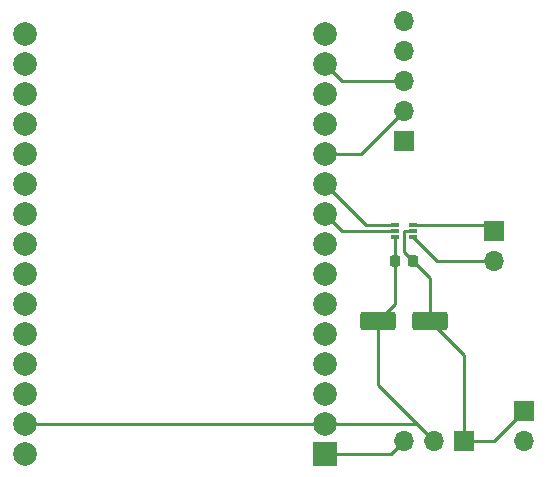
<source format=gtl>
%TF.GenerationSoftware,KiCad,Pcbnew,(6.0.9)*%
%TF.CreationDate,2023-01-15T17:56:17-06:00*%
%TF.ProjectId,URVBuoyancyEngine,55525642-756f-4796-916e-6379456e6769,rev?*%
%TF.SameCoordinates,Original*%
%TF.FileFunction,Copper,L1,Top*%
%TF.FilePolarity,Positive*%
%FSLAX46Y46*%
G04 Gerber Fmt 4.6, Leading zero omitted, Abs format (unit mm)*
G04 Created by KiCad (PCBNEW (6.0.9)) date 2023-01-15 17:56:17*
%MOMM*%
%LPD*%
G01*
G04 APERTURE LIST*
G04 Aperture macros list*
%AMRoundRect*
0 Rectangle with rounded corners*
0 $1 Rounding radius*
0 $2 $3 $4 $5 $6 $7 $8 $9 X,Y pos of 4 corners*
0 Add a 4 corners polygon primitive as box body*
4,1,4,$2,$3,$4,$5,$6,$7,$8,$9,$2,$3,0*
0 Add four circle primitives for the rounded corners*
1,1,$1+$1,$2,$3*
1,1,$1+$1,$4,$5*
1,1,$1+$1,$6,$7*
1,1,$1+$1,$8,$9*
0 Add four rect primitives between the rounded corners*
20,1,$1+$1,$2,$3,$4,$5,0*
20,1,$1+$1,$4,$5,$6,$7,0*
20,1,$1+$1,$6,$7,$8,$9,0*
20,1,$1+$1,$8,$9,$2,$3,0*%
G04 Aperture macros list end*
%TA.AperFunction,ComponentPad*%
%ADD10R,1.700000X1.700000*%
%TD*%
%TA.AperFunction,ComponentPad*%
%ADD11O,1.700000X1.700000*%
%TD*%
%TA.AperFunction,SMDPad,CuDef*%
%ADD12R,0.700000X0.340000*%
%TD*%
%TA.AperFunction,SMDPad,CuDef*%
%ADD13RoundRect,0.250000X1.250000X0.550000X-1.250000X0.550000X-1.250000X-0.550000X1.250000X-0.550000X0*%
%TD*%
%TA.AperFunction,SMDPad,CuDef*%
%ADD14RoundRect,0.225000X0.225000X0.250000X-0.225000X0.250000X-0.225000X-0.250000X0.225000X-0.250000X0*%
%TD*%
%TA.AperFunction,ComponentPad*%
%ADD15R,2.000000X2.000000*%
%TD*%
%TA.AperFunction,ComponentPad*%
%ADD16C,2.000000*%
%TD*%
%TA.AperFunction,Conductor*%
%ADD17C,0.250000*%
%TD*%
G04 APERTURE END LIST*
D10*
X106680000Y-88900000D03*
D11*
X106680000Y-91440000D03*
D12*
X98310000Y-88400000D03*
X98310000Y-88900000D03*
X98310000Y-89400000D03*
X99810000Y-89400000D03*
X99810000Y-88900000D03*
X99810000Y-88400000D03*
D10*
X99060000Y-81280000D03*
D11*
X99060000Y-71120000D03*
X99060000Y-76200000D03*
X99060000Y-78740000D03*
X99060000Y-73660000D03*
D10*
X109220000Y-104140000D03*
D11*
X109220000Y-106680000D03*
D13*
X101260000Y-96520000D03*
X96860000Y-96520000D03*
D14*
X99835000Y-91440000D03*
X98285000Y-91440000D03*
D15*
X92355000Y-107760000D03*
D16*
X92355000Y-105220000D03*
X92355000Y-102680000D03*
X92355000Y-100140000D03*
X92355000Y-97600000D03*
X92355000Y-95060000D03*
X92355000Y-92520000D03*
X92355000Y-89980000D03*
X92355000Y-87440000D03*
X92355000Y-84900000D03*
X92355000Y-82360000D03*
X92355000Y-79820000D03*
X92355000Y-77280000D03*
X92355000Y-74740000D03*
X92355000Y-72200000D03*
X66955000Y-72200000D03*
X66955000Y-74740000D03*
X66955000Y-77280000D03*
X66955000Y-79820000D03*
X66955000Y-82360000D03*
X66955000Y-84900000D03*
X66955000Y-87440000D03*
X66955000Y-89980000D03*
X66955000Y-92520000D03*
X66955000Y-95060000D03*
X66955000Y-97600000D03*
X66955000Y-100140000D03*
X66955000Y-102680000D03*
X66955000Y-105220000D03*
X66955000Y-107760000D03*
D11*
X101600000Y-106680000D03*
D10*
X104140000Y-106680000D03*
D11*
X99060000Y-106680000D03*
D17*
X92355000Y-107760000D02*
X97980000Y-107760000D01*
X97980000Y-107760000D02*
X99060000Y-106680000D01*
X93815000Y-88900000D02*
X92355000Y-87440000D01*
X98310000Y-88900000D02*
X93815000Y-88900000D01*
X92355000Y-84900000D02*
X95855000Y-88400000D01*
X95855000Y-88400000D02*
X98310000Y-88400000D01*
X92355000Y-82360000D02*
X95440000Y-82360000D01*
X95440000Y-82360000D02*
X99060000Y-78740000D01*
X93815000Y-76200000D02*
X92355000Y-74740000D01*
X99060000Y-76200000D02*
X93815000Y-76200000D01*
X106680000Y-88900000D02*
X106180000Y-88400000D01*
X106180000Y-88400000D02*
X99810000Y-88400000D01*
X101850000Y-91440000D02*
X99810000Y-89400000D01*
X106680000Y-91440000D02*
X101850000Y-91440000D01*
X106680000Y-106680000D02*
X109220000Y-104140000D01*
X99835000Y-91440000D02*
X99060000Y-90665000D01*
X104140000Y-106680000D02*
X104140000Y-99400000D01*
X101260000Y-92865000D02*
X99835000Y-91440000D01*
X104140000Y-106680000D02*
X106680000Y-106680000D01*
X104140000Y-99400000D02*
X101260000Y-96520000D01*
X99060000Y-90665000D02*
X99060000Y-88900000D01*
X99060000Y-88900000D02*
X99810000Y-88900000D01*
X101260000Y-96520000D02*
X101260000Y-92865000D01*
X92355000Y-105220000D02*
X100140000Y-105220000D01*
X98285000Y-89425000D02*
X98310000Y-89400000D01*
X98285000Y-91440000D02*
X98285000Y-89425000D01*
X96860000Y-96520000D02*
X96860000Y-101940000D01*
X100140000Y-105220000D02*
X101600000Y-106680000D01*
X66955000Y-105220000D02*
X92355000Y-105220000D01*
X96860000Y-101940000D02*
X101600000Y-106680000D01*
X98285000Y-95095000D02*
X96860000Y-96520000D01*
X98285000Y-91440000D02*
X98285000Y-95095000D01*
M02*

</source>
